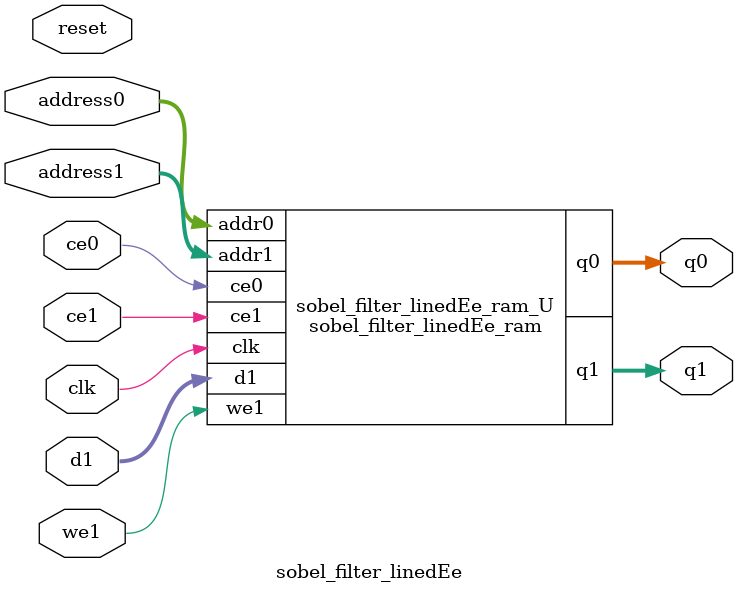
<source format=v>

`timescale 1 ns / 1 ps
module sobel_filter_linedEe_ram (addr0, ce0, q0, addr1, ce1, d1, we1, q1,  clk);

parameter DWIDTH = 8;
parameter AWIDTH = 11;
parameter MEM_SIZE = 1920;

input[AWIDTH-1:0] addr0;
input ce0;
output reg[DWIDTH-1:0] q0;
input[AWIDTH-1:0] addr1;
input ce1;
input[DWIDTH-1:0] d1;
input we1;
output reg[DWIDTH-1:0] q1;
input clk;

(* ram_style = "block" *)reg [DWIDTH-1:0] ram[0:MEM_SIZE-1];




always @(posedge clk)  
begin 
    if (ce0) 
    begin
            q0 <= ram[addr0];
    end
end


always @(posedge clk)  
begin 
    if (ce1) 
    begin
        if (we1) 
        begin 
            ram[addr1] <= d1; 
            q1 <= d1;
        end 
        else 
            q1 <= ram[addr1];
    end
end


endmodule


`timescale 1 ns / 1 ps
module sobel_filter_linedEe(
    reset,
    clk,
    address0,
    ce0,
    q0,
    address1,
    ce1,
    we1,
    d1,
    q1);

parameter DataWidth = 32'd8;
parameter AddressRange = 32'd1920;
parameter AddressWidth = 32'd11;
input reset;
input clk;
input[AddressWidth - 1:0] address0;
input ce0;
output[DataWidth - 1:0] q0;
input[AddressWidth - 1:0] address1;
input ce1;
input we1;
input[DataWidth - 1:0] d1;
output[DataWidth - 1:0] q1;



sobel_filter_linedEe_ram sobel_filter_linedEe_ram_U(
    .clk( clk ),
    .addr0( address0 ),
    .ce0( ce0 ),
    .q0( q0 ),
    .addr1( address1 ),
    .ce1( ce1 ),
    .d1( d1 ),
    .we1( we1 ),
    .q1( q1 ));

endmodule


</source>
